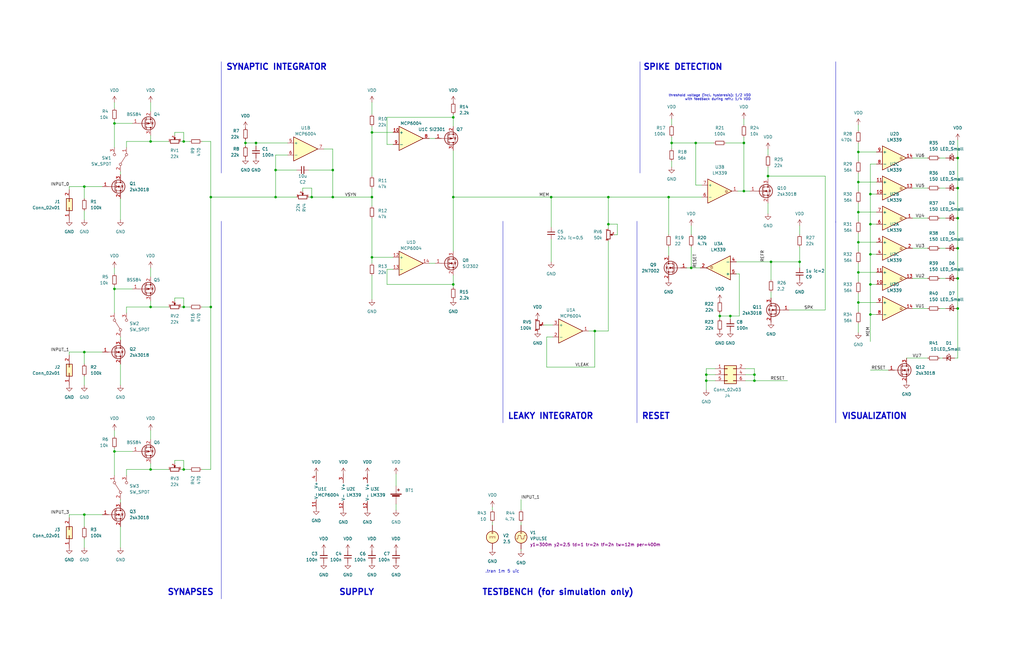
<source format=kicad_sch>
(kicad_sch (version 20230121) (generator eeschema)
  (paper "User" 431.8 279.4)
  (junction (at 191.135 49.53))
  (junction (at 131.445 83.185))
  (junction (at 232.41 83.185))
  (junction (at 367.03 132.715))
  (junction (at 323.85 74.295))
  (junction (at 361.95 64.135))
  (junction (at 107.95 60.325))
  (junction (at 191.135 120.015))
  (junction (at 63.5 129.54))
  (junction (at 140.335 71.755))
  (junction (at 297.815 158.115))
  (junction (at 303.53 133.35))
  (junction (at 318.135 160.655))
  (junction (at 116.205 71.755))
  (junction (at 403.86 79.375))
  (junction (at 250.825 139.7))
  (junction (at 77.47 198.12))
  (junction (at 361.95 89.535))
  (junction (at 256.54 83.185))
  (junction (at 325.12 110.49))
  (junction (at 63.5 198.12))
  (junction (at 283.21 60.325))
  (junction (at 367.03 120.015))
  (junction (at 291.465 113.03))
  (junction (at 367.03 81.915))
  (junction (at 293.37 60.325))
  (junction (at 156.845 55.88))
  (junction (at 77.47 59.69))
  (junction (at 318.135 158.115))
  (junction (at 116.205 83.185))
  (junction (at 307.975 133.35))
  (junction (at 361.95 102.235))
  (junction (at 403.86 66.675))
  (junction (at 361.95 127.635))
  (junction (at 361.95 76.835))
  (junction (at 48.26 190.5))
  (junction (at 156.845 108.585))
  (junction (at 256.54 94.615))
  (junction (at 191.135 83.185))
  (junction (at 35.56 78.74))
  (junction (at 48.26 52.07))
  (junction (at 297.815 160.655))
  (junction (at 403.86 117.475))
  (junction (at 367.03 107.315))
  (junction (at 403.86 130.175))
  (junction (at 35.56 217.17))
  (junction (at 156.845 83.185))
  (junction (at 35.56 148.59))
  (junction (at 281.94 83.185))
  (junction (at 48.26 121.92))
  (junction (at 77.47 129.54))
  (junction (at 313.69 60.325))
  (junction (at 103.505 60.325))
  (junction (at 313.69 80.645))
  (junction (at 88.9 129.54))
  (junction (at 140.335 83.185))
  (junction (at 88.9 83.185))
  (junction (at 63.5 59.69))
  (junction (at 403.86 92.075))
  (junction (at 361.95 114.935))
  (junction (at 367.03 94.615))
  (junction (at 337.185 110.49))
  (junction (at 403.86 104.775))
  (wire (pts (xy 77.47 125.73) (xy 77.47 129.54)))
  (wire (pts (xy 140.335 71.755) (xy 140.335 83.185)))
  (wire (pts (xy 361.95 98.425) (xy 361.95 102.235)))
  (wire (pts (xy 256.54 139.7) (xy 250.825 139.7)))
  (wire (pts (xy 323.85 70.485) (xy 323.85 74.295)))
  (wire (pts (xy 396.24 117.475) (xy 398.78 117.475)))
  (wire (pts (xy 63.5 59.69) (xy 63.5 57.15)))
  (wire (pts (xy 116.205 71.755) (xy 116.205 65.405)))
  (wire (pts (xy 403.86 59.055) (xy 403.86 66.675)))
  (wire (pts (xy 232.41 83.185) (xy 232.41 95.885)))
  (wire (pts (xy 207.645 213.995) (xy 207.645 215.265)))
  (wire (pts (xy 191.135 48.26) (xy 191.135 49.53)))
  (wire (pts (xy 403.86 66.675) (xy 403.86 79.375)))
  (wire (pts (xy 48.26 190.5) (xy 48.26 200.66)))
  (wire (pts (xy 281.94 104.14) (xy 281.94 107.95)))
  (wire (pts (xy 229.235 137.16) (xy 233.045 137.16)))
  (wire (pts (xy 103.505 60.325) (xy 107.95 60.325)))
  (wire (pts (xy 50.8 210.82) (xy 50.8 212.09)))
  (wire (pts (xy 230.505 154.94) (xy 250.825 154.94)))
  (wire (pts (xy 281.94 83.185) (xy 281.94 99.06)))
  (wire (pts (xy 337.185 95.25) (xy 337.185 99.06)))
  (wire (pts (xy 73.66 195.58) (xy 73.66 194.31)))
  (wire (pts (xy 191.135 83.185) (xy 232.41 83.185)))
  (wire (pts (xy 121.285 65.405) (xy 116.205 65.405)))
  (wire (pts (xy 313.69 80.645) (xy 316.23 80.645)))
  (wire (pts (xy 361.95 102.235) (xy 361.95 106.045)))
  (wire (pts (xy 403.86 104.775) (xy 403.86 117.475)))
  (wire (pts (xy 165.735 113.665) (xy 163.195 113.665)))
  (wire (pts (xy 180.975 111.125) (xy 183.515 111.125)))
  (wire (pts (xy 396.24 66.675) (xy 398.78 66.675)))
  (wire (pts (xy 256.54 94.615) (xy 260.35 94.615)))
  (wire (pts (xy 48.26 43.18) (xy 48.26 45.72)))
  (wire (pts (xy 85.09 59.69) (xy 88.9 59.69)))
  (wire (pts (xy 53.34 200.66) (xy 53.34 198.12)))
  (wire (pts (xy 382.27 151.13) (xy 391.16 151.13)))
  (wire (pts (xy 384.81 117.475) (xy 391.16 117.475)))
  (wire (pts (xy 397.51 151.13) (xy 396.24 151.13)))
  (wire (pts (xy 337.185 110.49) (xy 337.185 113.03)))
  (wire (pts (xy 367.03 120.015) (xy 367.03 132.715)))
  (wire (pts (xy 131.445 83.185) (xy 130.175 83.185)))
  (wire (pts (xy 323.85 74.295) (xy 323.85 75.565)))
  (wire (pts (xy 35.56 78.74) (xy 43.18 78.74)))
  (wire (pts (xy 367.03 156.21) (xy 374.65 156.21)))
  (wire (pts (xy 297.815 160.655) (xy 297.815 158.115)))
  (wire (pts (xy 256.54 83.185) (xy 256.54 94.615)))
  (wire (pts (xy 367.03 81.915) (xy 367.03 94.615)))
  (wire (pts (xy 303.53 133.35) (xy 307.975 133.35)))
  (wire (pts (xy 50.8 72.39) (xy 50.8 73.66)))
  (wire (pts (xy 283.21 57.785) (xy 283.21 60.325)))
  (wire (pts (xy 63.5 198.12) (xy 63.5 195.58)))
  (wire (pts (xy 361.95 60.325) (xy 361.95 64.135)))
  (wire (pts (xy 361.95 64.135) (xy 361.95 67.945)))
  (wire (pts (xy 48.26 181.61) (xy 48.26 184.15)))
  (wire (pts (xy 289.56 113.03) (xy 291.465 113.03)))
  (wire (pts (xy 76.2 59.69) (xy 77.47 59.69)))
  (wire (pts (xy 156.845 83.185) (xy 156.845 86.995)))
  (wire (pts (xy 48.26 190.5) (xy 55.88 190.5)))
  (wire (pts (xy 88.9 129.54) (xy 88.9 198.12)))
  (wire (pts (xy 131.445 83.185) (xy 140.335 83.185)))
  (wire (pts (xy 403.86 92.075) (xy 403.86 104.775)))
  (wire (pts (xy 219.71 210.82) (xy 219.71 215.265)))
  (wire (pts (xy 191.135 63.5) (xy 191.135 83.185)))
  (wire (pts (xy 163.195 49.53) (xy 163.195 60.96)))
  (wire (pts (xy 396.24 79.375) (xy 398.78 79.375)))
  (wire (pts (xy 361.95 114.935) (xy 369.57 114.935)))
  (wire (pts (xy 103.505 59.055) (xy 103.505 60.325)))
  (wire (pts (xy 48.26 50.8) (xy 48.26 52.07)))
  (wire (pts (xy 314.325 160.655) (xy 318.135 160.655)))
  (wire (pts (xy 116.205 71.755) (xy 116.205 83.185)))
  (wire (pts (xy 130.175 71.755) (xy 140.335 71.755)))
  (wire (pts (xy 163.195 113.665) (xy 163.195 120.015)))
  (wire (pts (xy 396.24 130.175) (xy 398.78 130.175)))
  (wire (pts (xy 367.03 120.015) (xy 369.57 120.015)))
  (wire (pts (xy 367.03 132.715) (xy 369.57 132.715)))
  (wire (pts (xy 313.69 50.165) (xy 313.69 52.705)))
  (wire (pts (xy 77.47 59.69) (xy 80.01 59.69)))
  (wire (pts (xy 167.005 212.725) (xy 167.005 215.265)))
  (wire (pts (xy 63.5 113.03) (xy 63.5 116.84)))
  (wire (pts (xy 281.94 83.185) (xy 295.91 83.185)))
  (wire (pts (xy 77.47 198.12) (xy 80.01 198.12)))
  (wire (pts (xy 361.95 114.935) (xy 361.95 118.745)))
  (wire (pts (xy 77.47 194.31) (xy 77.47 198.12)))
  (wire (pts (xy 156.845 43.18) (xy 156.845 48.26)))
  (wire (pts (xy 361.95 73.025) (xy 361.95 76.835)))
  (wire (pts (xy 403.86 151.13) (xy 402.59 151.13)))
  (wire (pts (xy 125.095 83.185) (xy 116.205 83.185)))
  (wire (pts (xy 256.54 101.6) (xy 256.54 139.7)))
  (wire (pts (xy 367.03 107.315) (xy 367.03 120.015)))
  (wire (pts (xy 156.845 116.205) (xy 156.845 126.365)))
  (wire (pts (xy 107.95 60.325) (xy 107.95 61.595)))
  (wire (pts (xy 127.635 79.375) (xy 127.635 80.645)))
  (wire (pts (xy 48.26 189.23) (xy 48.26 190.5)))
  (wire (pts (xy 403.86 79.375) (xy 403.86 92.075)))
  (wire (pts (xy 311.785 133.35) (xy 311.785 115.57)))
  (wire (pts (xy 76.2 129.54) (xy 77.47 129.54)))
  (wire (pts (xy 63.5 129.54) (xy 71.12 129.54)))
  (wire (pts (xy 403.86 117.475) (xy 403.86 130.175)))
  (wire (pts (xy 73.66 125.73) (xy 77.47 125.73)))
  (wire (pts (xy 256.54 96.52) (xy 256.54 94.615)))
  (wire (pts (xy 250.825 139.7) (xy 248.285 139.7)))
  (wire (pts (xy 361.95 111.125) (xy 361.95 114.935)))
  (wire (pts (xy 318.135 158.115) (xy 314.325 158.115)))
  (wire (pts (xy 35.56 148.59) (xy 43.18 148.59)))
  (wire (pts (xy 307.975 133.35) (xy 311.785 133.35)))
  (wire (pts (xy 303.53 133.35) (xy 303.53 134.62)))
  (wire (pts (xy 35.56 78.74) (xy 35.56 83.82)))
  (wire (pts (xy 29.21 148.59) (xy 35.56 148.59)))
  (wire (pts (xy 53.34 59.69) (xy 63.5 59.69)))
  (wire (pts (xy 219.71 231.775) (xy 219.71 232.41)))
  (wire (pts (xy 35.56 148.59) (xy 35.56 153.67)))
  (wire (pts (xy 361.95 136.525) (xy 361.95 140.335)))
  (wire (pts (xy 63.5 198.12) (xy 71.12 198.12)))
  (wire (pts (xy 50.8 222.25) (xy 50.8 231.14)))
  (wire (pts (xy 29.21 218.44) (xy 29.21 217.17)))
  (wire (pts (xy 361.95 76.835) (xy 369.57 76.835)))
  (wire (pts (xy 337.185 104.14) (xy 337.185 110.49)))
  (wire (pts (xy 131.445 79.375) (xy 127.635 79.375)))
  (wire (pts (xy 347.98 74.295) (xy 347.98 130.81)))
  (wire (pts (xy 63.5 59.69) (xy 71.12 59.69)))
  (wire (pts (xy 88.9 83.185) (xy 116.205 83.185)))
  (wire (pts (xy 207.645 220.345) (xy 207.645 221.615)))
  (wire (pts (xy 48.26 120.65) (xy 48.26 121.92)))
  (wire (pts (xy 73.66 127) (xy 73.66 125.73)))
  (wire (pts (xy 77.47 55.88) (xy 77.47 59.69)))
  (wire (pts (xy 167.005 200.025) (xy 167.005 205.105)))
  (wire (pts (xy 230.505 142.24) (xy 230.505 154.94)))
  (wire (pts (xy 35.56 88.9) (xy 35.56 92.71)))
  (wire (pts (xy 384.81 130.175) (xy 391.16 130.175)))
  (wire (pts (xy 125.095 71.755) (xy 116.205 71.755)))
  (wire (pts (xy 297.815 155.575) (xy 301.625 155.575)))
  (wire (pts (xy 283.21 67.945) (xy 283.21 70.485)))
  (wire (pts (xy 77.47 129.54) (xy 80.01 129.54)))
  (wire (pts (xy 163.195 49.53) (xy 191.135 49.53)))
  (wire (pts (xy 361.95 89.535) (xy 361.95 93.345)))
  (polyline (pts (xy 269.875 26.035) (xy 269.875 73.025)))
  (wire (pts (xy 63.5 129.54) (xy 63.5 127)))
  (wire (pts (xy 361.95 52.705) (xy 361.95 55.245)))
  (wire (pts (xy 29.21 149.86) (xy 29.21 148.59)))
  (wire (pts (xy 325.12 110.49) (xy 325.12 118.11)))
  (wire (pts (xy 260.35 99.06) (xy 260.35 94.615)))
  (polyline (pts (xy 352.425 93.345) (xy 352.425 178.435)))
  (wire (pts (xy 303.53 132.08) (xy 303.53 133.35)))
  (polyline (pts (xy 212.09 93.345) (xy 212.09 178.435)))
  (wire (pts (xy 367.03 69.215) (xy 367.03 81.915)))
  (wire (pts (xy 156.845 55.88) (xy 156.845 74.295)))
  (wire (pts (xy 384.81 104.775) (xy 391.16 104.775)))
  (wire (pts (xy 293.37 60.325) (xy 293.37 78.105)))
  (wire (pts (xy 76.2 198.12) (xy 77.47 198.12)))
  (wire (pts (xy 396.24 104.775) (xy 398.78 104.775)))
  (wire (pts (xy 133.35 200.025) (xy 133.35 199.39)))
  (wire (pts (xy 73.66 57.15) (xy 73.66 55.88)))
  (wire (pts (xy 50.8 153.67) (xy 50.8 162.56)))
  (wire (pts (xy 50.8 83.82) (xy 50.8 92.71)))
  (wire (pts (xy 361.95 89.535) (xy 369.57 89.535)))
  (wire (pts (xy 318.135 160.655) (xy 332.105 160.655)))
  (wire (pts (xy 367.03 107.315) (xy 369.57 107.315)))
  (wire (pts (xy 250.825 154.94) (xy 250.825 139.7)))
  (wire (pts (xy 256.54 83.185) (xy 281.94 83.185)))
  (wire (pts (xy 163.195 60.96) (xy 165.735 60.96)))
  (wire (pts (xy 131.445 83.185) (xy 131.445 79.375)))
  (wire (pts (xy 191.135 116.205) (xy 191.135 120.015)))
  (wire (pts (xy 313.69 57.785) (xy 313.69 60.325)))
  (wire (pts (xy 310.515 115.57) (xy 311.785 115.57)))
  (wire (pts (xy 361.95 127.635) (xy 361.95 131.445)))
  (wire (pts (xy 156.845 55.88) (xy 165.735 55.88)))
  (wire (pts (xy 156.845 108.585) (xy 165.735 108.585)))
  (wire (pts (xy 297.815 158.115) (xy 297.815 155.575)))
  (wire (pts (xy 48.26 52.07) (xy 55.88 52.07)))
  (wire (pts (xy 35.56 217.17) (xy 35.56 222.25)))
  (wire (pts (xy 297.815 158.115) (xy 301.625 158.115)))
  (wire (pts (xy 48.26 113.03) (xy 48.26 115.57)))
  (wire (pts (xy 85.09 129.54) (xy 88.9 129.54)))
  (wire (pts (xy 283.21 60.325) (xy 293.37 60.325)))
  (wire (pts (xy 323.85 74.295) (xy 347.98 74.295)))
  (wire (pts (xy 297.815 160.655) (xy 301.625 160.655)))
  (wire (pts (xy 88.9 59.69) (xy 88.9 83.185)))
  (polyline (pts (xy 352.425 26.035) (xy 352.425 93.98)))
  (wire (pts (xy 35.56 227.33) (xy 35.56 231.14)))
  (polyline (pts (xy 93.345 93.345) (xy 93.345 252.73)))
  (wire (pts (xy 232.41 83.185) (xy 256.54 83.185)))
  (wire (pts (xy 53.34 129.54) (xy 63.5 129.54)))
  (wire (pts (xy 136.525 62.865) (xy 140.335 62.865)))
  (wire (pts (xy 35.56 158.75) (xy 35.56 162.56)))
  (wire (pts (xy 367.03 69.215) (xy 369.57 69.215)))
  (wire (pts (xy 88.9 83.185) (xy 88.9 129.54)))
  (wire (pts (xy 361.95 64.135) (xy 369.57 64.135)))
  (wire (pts (xy 232.41 100.965) (xy 232.41 110.49)))
  (wire (pts (xy 323.85 62.865) (xy 323.85 65.405)))
  (wire (pts (xy 300.99 60.325) (xy 293.37 60.325)))
  (wire (pts (xy 29.21 217.17) (xy 35.56 217.17)))
  (wire (pts (xy 297.815 164.465) (xy 297.815 160.655)))
  (wire (pts (xy 53.34 198.12) (xy 63.5 198.12)))
  (wire (pts (xy 367.03 94.615) (xy 367.03 107.315)))
  (wire (pts (xy 367.03 81.915) (xy 369.57 81.915)))
  (wire (pts (xy 103.505 60.325) (xy 103.505 61.595)))
  (wire (pts (xy 325.12 123.19) (xy 325.12 125.73)))
  (wire (pts (xy 332.74 130.81) (xy 347.98 130.81)))
  (wire (pts (xy 361.95 85.725) (xy 361.95 89.535)))
  (wire (pts (xy 307.975 133.35) (xy 307.975 134.62)))
  (wire (pts (xy 63.5 43.18) (xy 63.5 46.99)))
  (wire (pts (xy 73.66 55.88) (xy 77.47 55.88)))
  (wire (pts (xy 361.95 127.635) (xy 369.57 127.635)))
  (wire (pts (xy 53.34 132.08) (xy 53.34 129.54)))
  (wire (pts (xy 310.515 110.49) (xy 325.12 110.49)))
  (wire (pts (xy 318.135 155.575) (xy 314.325 155.575)))
  (wire (pts (xy 293.37 78.105) (xy 295.91 78.105)))
  (wire (pts (xy 367.03 132.715) (xy 367.03 144.145)))
  (wire (pts (xy 140.335 62.865) (xy 140.335 71.755)))
  (wire (pts (xy 384.81 79.375) (xy 391.16 79.375)))
  (wire (pts (xy 361.95 76.835) (xy 361.95 80.645)))
  (wire (pts (xy 233.045 142.24) (xy 230.505 142.24)))
  (wire (pts (xy 191.135 120.015) (xy 191.135 121.285)))
  (wire (pts (xy 29.21 80.01) (xy 29.21 78.74)))
  (wire (pts (xy 191.135 83.185) (xy 191.135 106.045)))
  (wire (pts (xy 306.07 60.325) (xy 313.69 60.325)))
  (wire (pts (xy 180.975 58.42) (xy 183.515 58.42)))
  (wire (pts (xy 323.85 85.725) (xy 323.85 90.17)))
  (wire (pts (xy 403.86 130.175) (xy 403.86 151.13)))
  (wire (pts (xy 313.69 60.325) (xy 313.69 80.645)))
  (wire (pts (xy 291.465 113.03) (xy 291.465 104.14)))
  (wire (pts (xy 361.95 102.235) (xy 369.57 102.235)))
  (wire (pts (xy 156.845 92.075) (xy 156.845 108.585)))
  (wire (pts (xy 291.465 113.03) (xy 295.275 113.03)))
  (wire (pts (xy 140.335 83.185) (xy 156.845 83.185)))
  (wire (pts (xy 384.81 66.675) (xy 391.16 66.675)))
  (wire (pts (xy 53.34 62.23) (xy 53.34 59.69)))
  (wire (pts (xy 384.81 92.075) (xy 391.16 92.075)))
  (wire (pts (xy 48.26 121.92) (xy 48.26 132.08)))
  (wire (pts (xy 48.26 121.92) (xy 55.88 121.92)))
  (wire (pts (xy 291.465 95.25) (xy 291.465 99.06)))
  (wire (pts (xy 259.08 99.06) (xy 260.35 99.06)))
  (wire (pts (xy 318.135 155.575) (xy 318.135 158.115)))
  (wire (pts (xy 361.95 123.825) (xy 361.95 127.635)))
  (wire (pts (xy 156.845 79.375) (xy 156.845 83.185)))
  (wire (pts (xy 73.66 194.31) (xy 77.47 194.31)))
  (wire (pts (xy 50.8 142.24) (xy 50.8 143.51)))
  (wire (pts (xy 156.845 108.585) (xy 156.845 111.125)))
  (wire (pts (xy 85.09 198.12) (xy 88.9 198.12)))
  (wire (pts (xy 325.12 110.49) (xy 337.185 110.49)))
  (wire (pts (xy 156.845 53.34) (xy 156.845 55.88)))
  (wire (pts (xy 219.71 220.345) (xy 219.71 221.615)))
  (wire (pts (xy 48.26 52.07) (xy 48.26 62.23)))
  (wire (pts (xy 367.03 94.615) (xy 369.57 94.615)))
  (wire (pts (xy 29.21 78.74) (xy 35.56 78.74)))
  (wire (pts (xy 311.15 80.645) (xy 313.69 80.645)))
  (wire (pts (xy 63.5 181.61) (xy 63.5 185.42)))
  (wire (pts (xy 163.195 120.015) (xy 191.135 120.015)))
  (polyline (pts (xy 93.345 26.035) (xy 93.345 73.025)))
  (wire (pts (xy 107.95 60.325) (xy 121.285 60.325)))
  (wire (pts (xy 35.56 217.17) (xy 43.18 217.17)))
  (wire (pts (xy 191.135 49.53) (xy 191.135 53.34)))
  (polyline (pts (xy 268.605 93.345) (xy 268.605 178.435)))
  (wire (pts (xy 396.24 92.075) (xy 398.78 92.075)))
  (wire (pts (xy 318.135 158.115) (xy 318.135 160.655)))
  (wire (pts (xy 283.21 50.165) (xy 283.21 52.705)))
  (wire (pts (xy 283.21 60.325) (xy 283.21 62.865)))
  (text "LEAKY INTEGRATOR" (at 213.995 177.165 0) (effects (font (size 2.54 2.54) (thickness 0.508) bold) (justify left bottom)))
  (text "RESET\n" (at 270.51 177.165 0) (effects (font (size 2.54 2.54) (thickness 0.508) bold) (justify left bottom)))
  (text "SPIKE DETECTION" (at 271.145 29.845 0) (effects (font (size 2.54 2.54) (thickness 0.508) bold) (justify left bottom)))
  (text "TESTBENCH (for simulation only)" (at 203.2 251.46 0) (effects (font (size 2.54 2.54) (thickness 0.508) bold) (justify left bottom)))
  (text "SYNAPTIC INTEGRATOR" (at 95.25 29.845 0) (effects (font (size 2.54 2.54) (thickness 0.508) bold) (justify left bottom)))
  (text "SYNAPSES" (at 70.485 251.46 0) (effects (font (size 2.54 2.54) (thickness 0.508) bold) (justify left bottom)))
  (text "SUPPLY" (at 142.875 251.46 0) (effects (font (size 2.54 2.54) (thickness 0.508) bold) (justify left bottom)))
  (text ".tran 1m 5 uic" (at 219.075 241.935 0) (effects (font (size 1.27 1.27)) (justify right bottom)))
  (text "threshold voltage (incl. hysteresis): 1/2 VDD\n         with feedback during refr.: 1/4 VDD" (at 281.94 42.545 0) (effects (font (size 1 1)) (justify left bottom)))
  (text "VISUALIZATION" (at 354.965 177.165 0) (effects (font (size 2.54 2.54) (thickness 0.508) bold) (justify left bottom)))
  (label "VU1" (at 386.08 130.175 0))
  (label "VU2" (at 386.08 117.475 0))
  (label "MEM" (at 227.33 83.185 0))
  (label "VU4" (at 386.08 92.075 0))
  (label "INPUT_1" (at 29.21 148.59 180))
  (label "MEM" (at 367.03 137.795 270))
  (label "RESET" (at 294.005 113.03 90))
  (label "RESET" (at 373.38 156.21 180))
  (label "INPUT_0" (at 29.21 78.74 180))
  (label "INPUT_1" (at 219.71 210.82 0))
  (label "RESET" (at 330.835 160.655 180))
  (label "REFR" (at 322.58 110.49 90))
  (label "VU7" (at 388.62 151.13 180))
  (label "VU5" (at 386.08 79.375 0))
  (label "SPK" (at 339.09 130.81 0))
  (label "VU3" (at 386.08 104.775 0))
  (label "VSYN" (at 145.415 83.185 0))
  (label "INPUT_3" (at 29.21 217.17 180))
  (label "VLEAK" (at 242.57 154.94 0))
  (label "VU6" (at 386.08 66.675 0))
  (symbol (lib_id "Device:R_Small") (at 35.56 86.36 0) (unit 1)
    (property "Reference" "R1" (at 38.1 85.0899 0) (effects (justify left)))
    (property "Value" "100k" (at 38.1 87.6299 0) (effects (justify left)))
    (property "Footprint" "Resistor_SMD:R_0402_1005Metric" (effects hide))
    (property "LCSC" "C25741" (effects hide))
  )
  (symbol (lib_id "Device:C_Small") (at 307.975 137.16 180) (unit 1)
    (property "Reference" "C8" (at 310.515 135.8835 0) (effects (justify right)))
    (property "Value" "100n" (at 310.515 138.4235 0) (effects (justify right)))
    (property "Footprint" "Capacitor_SMD:C_0402_1005Metric" (effects hide))
    (property "LCSC" "C1525" (effects hide))
  )
  (symbol (lib_id "power:GND") (at 219.71 232.41 0) (unit 1) (in_bom no) (on_board no)
    (property "Reference" "#PWR040" (effects hide))
    (property "Value" "GND" (at 219.71 237.49 0))
  )
  (symbol (lib_id "power:GND") (at 50.8 162.56 0) (unit 1)
    (property "Reference" "#PWR011" (effects hide))
    (property "Value" "GND" (at 50.8 167.64 0))
  )
  (symbol (lib_id "power:GND") (at 156.845 126.365 0) (unit 1)
    (property "Reference" "#PWR020" (effects hide))
    (property "Value" "GND" (at 156.845 131.445 0))
  )
  (symbol (lib_id "power:VDD") (at 313.69 50.165 0) (unit 1)
    (property "Reference" "#PWR052" (effects hide))
    (property "Value" "VDD" (at 313.69 45.085 0))
  )
  (symbol (lib_id "Transistor_FET:2N7002") (at 48.26 148.59 0) (unit 1)
    (property "Reference" "Q2" (at 54.61 147.3199 0) (effects (justify left)))
    (property "Value" "2sk3018" (at 54.61 149.8599 0) (effects (justify left)))
    (property "Footprint" "Package_TO_SOT_SMD:SOT-23" (effects hide))
    (property "LCSC" "C181084" (effects hide))
    (property "Sim.Library" "models/2sk3018.mod" (effects hide))
    (property "Sim.Name" "2SK3018" (effects hide))
    (property "Sim.Pins" "1=2 2=3 3=1" (effects hide))
    (property "Sim.Device" "SUBCKT" (effects hide))
  )
  (symbol (lib_id "power:VDD") (at 48.26 43.18 0) (unit 1)
    (property "Reference" "#PWR07" (effects hide))
    (property "Value" "VDD" (at 48.26 38.1 0))
  )
  (symbol (lib_id "Device:R_Small") (at 323.85 67.945 180) (unit 1)
    (property "Reference" "R25" (at 326.39 67.31 0) (effects (justify right)))
    (property "Value" "22k" (at 326.39 69.85 0) (effects (justify right)))
    (property "Footprint" "Resistor_SMD:R_0402_1005Metric" (effects hide))
    (property "LCSC" "C25768" (effects hide))
  )
  (symbol (lib_id "Comparator:LM339") (at 157.48 207.645 0) (unit 5)
    (property "Reference" "U3" (at 156.21 206.3749 0) (effects (justify left)))
    (property "Value" "LM339" (at 156.21 208.9149 0) (effects (justify left)))
    (property "Footprint" "Package_SO:TSSOP-14_4.4x5mm_P0.65mm" (effects hide))
    (property "Datasheet" "https://www.st.com/resource/en/datasheet/lm139.pdf" (effects hide))
    (property "LCSC" "C42184" (effects hide))
    (property "Sim.Library" "models/lm339.mod" (effects hide))
    (property "Sim.Name" "LM339" (effects hide))
    (property "Sim.Pins" "1=OUT2 2=OUT1 3=VCCP 4=IN1M 5=IN1P 6=IN2M 7=IN2P 8=IN3M 9=IN3P 10=IN4M 11=IN4P 12=VCCN 13=OUT4 14=OUT3" (effects hide))
    (property "Sim.Device" "SUBCKT" (effects hide))
  )
  (symbol (lib_id "Device:LED_Small") (at 401.32 104.775 0) (unit 1)
    (property "Reference" "D5" (at 401.3835 98.425 0))
    (property "Value" "LED_Small" (at 401.3835 100.965 0))
    (property "Footprint" "LED_SMD:LED_0402_1005Metric" (effects hide))
    (property "LCSC" "C779450" (effects hide))
    (property "Sim.Library" "./models/led.mod" (effects hide))
    (property "Sim.Name" "YELLOW" (effects hide))
    (property "Sim.Pins" "2=1 1=2" (effects hide))
  )
  (symbol (lib_id "power:VDD") (at 291.465 95.25 0) (unit 1)
    (property "Reference" "#PWR046" (effects hide))
    (property "Value" "VDD" (at 291.465 90.17 0))
  )
  (symbol (lib_id "Comparator:LM339") (at 377.19 66.675 0) (unit 4)
    (property "Reference" "U2" (at 377.19 56.515 0))
    (property "Value" "LM339" (at 377.19 59.055 0))
    (property "Footprint" "Package_SO:TSSOP-14_4.4x5mm_P0.65mm" (effects hide))
    (property "Datasheet" "https://www.st.com/resource/en/datasheet/lm139.pdf" (effects hide))
    (property "LCSC" "C42184" (effects hide))
    (property "Sim.Library" "models/lm339.mod" (effects hide))
    (property "Sim.Name" "LM339" (effects hide))
    (property "Sim.Device" "SUBCKT" (effects hide))
    (property "Sim.Pins" "1=OUT2 2=OUT1 3=VCCP 4=IN1M 5=IN1P 6=IN2M 7=IN2P 8=IN3M 9=IN3P 10=IN4M 11=IN4P 12=VCCN 13=OUT4 14=OUT3" (effects hide))
  )
  (symbol (lib_id "Device:R_Small") (at 48.26 48.26 0) (mirror y) (unit 1)
    (property "Reference" "R4" (at 45.72 46.9899 0) (effects (justify left)))
    (property "Value" "10k" (at 45.72 49.5299 0) (effects (justify left)))
    (property "Footprint" "Resistor_SMD:R_0402_1005Metric" (effects hide))
    (property "LCSC" "C25744" (effects hide))
  )
  (symbol (lib_id "Simulation_SPICE:VDC") (at 207.645 226.695 0) (unit 1) (in_bom no) (on_board no)
    (property "Reference" "V2" (at 212.09 226.0242 0) (effects (justify left)))
    (property "Value" "2.5" (at 212.09 228.5642 0) (effects (justify left)))
    (property "Sim.Device" "V" (effects hide))
    (property "Sim.Type" "DC" (effects hide))
    (property "Sim.Pins" "1=+ 2=-" (effects hide))
  )
  (symbol (lib_id "Device:R_Small") (at 156.845 113.665 0) (mirror y) (unit 1)
    (property "Reference" "R13" (at 159.385 112.395 0) (effects (justify right)))
    (property "Value" "22k" (at 159.385 114.935 0) (effects (justify right)))
    (property "Footprint" "Resistor_SMD:R_0402_1005Metric" (effects hide))
    (property "LCSC" "C326601" (effects hide))
  )
  (symbol (lib_id "Device:R_Small") (at 156.845 50.8 0) (unit 1)
    (property "Reference" "R10" (at 159.385 50.165 0) (effects (justify left)))
    (property "Value" "22k" (at 159.385 52.705 0) (effects (justify left)))
    (property "Footprint" "Resistor_SMD:R_0402_1005Metric" (effects hide))
    (property "LCSC" "C326601" (effects hide))
  )
  (symbol (lib_id "power:GND") (at 156.845 237.49 0) (unit 1)
    (property "Reference" "#PWR037" (effects hide))
    (property "Value" "GND" (at 156.845 242.57 0))
  )
  (symbol (lib_id "power:GND") (at 325.12 135.89 0) (unit 1)
    (property "Reference" "#PWR056" (effects hide))
    (property "Value" "GND" (at 325.12 140.97 0))
  )
  (symbol (lib_id "power:VDD") (at 191.135 43.18 0) (unit 1)
    (property "Reference" "#PWR021" (effects hide))
    (property "Value" "VDD" (at 191.135 38.1 0))
  )
  (symbol (lib_id "Device:R_Small") (at 283.21 55.245 0) (mirror x) (unit 1)
    (property "Reference" "R17" (at 280.67 53.9749 0) (effects (justify right)))
    (property "Value" "100k" (at 280.67 56.5149 0) (effects (justify right)))
    (property "Footprint" "Resistor_SMD:R_0402_1005Metric" (effects hide))
    (property "LCSC" "C25741" (effects hide))
  )
  (symbol (lib_id "Device:LED_Small") (at 401.32 117.475 0) (unit 1)
    (property "Reference" "D6" (at 401.3835 111.125 0))
    (property "Value" "LED_Small" (at 401.3835 113.665 0))
    (property "Footprint" "LED_SMD:LED_0402_1005Metric" (effects hide))
    (property "LCSC" "C779450" (effects hide))
    (property "Sim.Library" "./models/led.mod" (effects hide))
    (property "Sim.Name" "YELLOW" (effects hide))
    (property "Sim.Pins" "2=1 1=2" (effects hide))
  )
  (symbol (lib_id "Device:LED_Small") (at 401.32 66.675 0) (unit 1)
    (property "Reference" "D2" (at 401.3835 60.325 0))
    (property "Value" "LED_Small" (at 401.3835 62.865 0))
    (property "Footprint" "LED_SMD:LED_0402_1005Metric" (effects hide))
    (property "LCSC" "C779450" (effects hide))
    (property "Sim.Library" "./models/led.mod" (effects hide))
    (property "Sim.Name" "YELLOW" (effects hide))
    (property "Sim.Pins" "2=1 1=2" (effects hide))
  )
  (symbol (lib_id "Device:R_Small") (at 156.845 89.535 0) (unit 1)
    (property "Reference" "R12" (at 159.385 88.9 0) (effects (justify left)))
    (property "Value" "47k" (at 159.385 91.44 0) (effects (justify left)))
    (property "Footprint" "Resistor_SMD:R_0402_1005Metric" (effects hide))
    (property "LCSC" "C5152005" (effects hide))
  )
  (symbol (lib_id "power:VDD") (at 144.78 200.025 0) (unit 1)
    (property "Reference" "#PWR033" (effects hide))
    (property "Value" "VDD" (at 144.78 194.945 0))
  )
  (symbol (lib_id "Transistor_FET:2N7002") (at 48.26 78.74 0) (unit 1)
    (property "Reference" "Q1" (at 54.61 77.4699 0) (effects (justify left)))
    (property "Value" "2sk3018" (at 54.61 80.0099 0) (effects (justify left)))
    (property "Footprint" "Package_TO_SOT_SMD:SOT-23" (effects hide))
    (property "LCSC" "C181084" (effects hide))
    (property "Sim.Library" "models/2sk3018.mod" (effects hide))
    (property "Sim.Name" "2SK3018" (effects hide))
    (property "Sim.Pins" "1=2 2=3 3=1" (effects hide))
    (property "Sim.Device" "SUBCKT" (effects hide))
  )
  (symbol (lib_id "Device:R_Small") (at 48.26 186.69 0) (mirror y) (unit 1)
    (property "Reference" "R6" (at 45.72 185.4199 0) (effects (justify left)))
    (property "Value" "10k" (at 45.72 187.9599 0) (effects (justify left)))
    (property "Footprint" "Resistor_SMD:R_0402_1005Metric" (effects hide))
    (property "LCSC" "C25744" (effects hide))
  )
  (symbol (lib_id "Transistor_FET:BSS84") (at 60.96 52.07 0) (mirror x) (unit 1)
    (property "Reference" "Q4" (at 64.77 48.26 0) (effects (justify left)))
    (property "Value" "BSS84" (at 53.34 48.26 0) (effects (justify left)))
    (property "Footprint" "Package_TO_SOT_SMD:SOT-23" (effects hide))
    (property "Datasheet" "http://assets.nexperia.com/documents/data-sheet/BSS84.pdf" (effects hide))
    (property "LCSC" "C8492" (effects hide))
    (property "Sim.Device" "SUBCKT" (effects hide))
    (property "Sim.Pins" "1=4 2=5 3=3" (effects hide))
    (property "Sim.Library" "models/bss84.mod" (effects hide))
    (property "Sim.Name" "BSS84" (effects hide))
  )
  (symbol (lib_id "power:GND") (at 337.185 118.11 0) (unit 1)
    (property "Reference" "#PWR058" (effects hide))
    (property "Value" "GND" (at 337.185 123.19 0))
  )
  (symbol (lib_id "Device:LED_Small") (at 401.32 130.175 0) (unit 1)
    (property "Reference" "D7" (at 401.3835 123.825 0))
    (property "Value" "LED_Small" (at 401.3835 126.365 0))
    (property "Footprint" "LED_SMD:LED_0402_1005Metric" (effects hide))
    (property "LCSC" "C779450" (effects hide))
    (property "Sim.Library" "./models/led.mod" (effects hide))
    (property "Sim.Name" "YELLOW" (effects hide))
    (property "Sim.Pins" "2=1 1=2" (effects hide))
  )
  (symbol (lib_id "Device:R_Small") (at 393.7 92.075 90) (unit 1)
    (property "Reference" "R37" (at 393.7 85.725 90))
    (property "Value" "150" (at 393.7 88.265 90))
    (property "Footprint" "Resistor_SMD:R_0402_1005Metric" (effects hide))
    (property "LCSC" "C25082" (effects hide))
  )
  (symbol (lib_id "power:VDD") (at 133.35 200.025 0) (unit 1)
    (property "Reference" "#PWR025" (effects hide))
    (property "Value" "VDD" (at 133.35 194.945 0))
  )
  (symbol (lib_id "Device:R_Small") (at 303.53 129.54 0) (mirror y) (unit 1)
    (property "Reference" "R22" (at 300.99 128.27 0) (effects (justify left)))
    (property "Value" "22k" (at 300.99 130.8099 0) (effects (justify left)))
    (property "Footprint" "Resistor_SMD:R_0402_1005Metric" (effects hide))
    (property "LCSC" "C25768" (effects hide))
  )
  (symbol (lib_id "power:VDD") (at 337.185 95.25 0) (unit 1)
    (property "Reference" "#PWR057" (effects hide))
    (property "Value" "VDD" (at 337.185 90.17 0))
  )
  (symbol (lib_id "Comparator:LM339") (at 303.53 80.645 0) (unit 2)
    (property "Reference" "U3" (at 303.53 70.485 0))
    (property "Value" "LM339" (at 303.53 73.025 0))
    (property "Footprint" "Package_SO:TSSOP-14_4.4x5mm_P0.65mm" (effects hide))
    (property "Datasheet" "https://www.st.com/resource/en/datasheet/lm139.pdf" (effects hide))
    (property "LCSC" "C42184" (effects hide))
    (property "Sim.Library" "models/lm339.mod" (effects hide))
    (property "Sim.Name" "LM339" (effects hide))
    (property "Sim.Pins" "1=OUT2 2=OUT1 3=VCCP 4=IN1M 5=IN1P 6=IN2M 7=IN2P 8=IN3M 9=IN3P 10=IN4M 11=IN4P 12=VCCN 13=OUT4 14=OUT3" (effects hide))
    (property "Sim.Device" "SUBCKT" (effects hide))
  )
  (symbol (lib_id "power:VDD") (at 167.005 200.025 0) (unit 1)
    (property "Reference" "#PWR023" (effects hide))
    (property "Value" "VDD" (at 167.005 194.945 0))
  )
  (symbol (lib_id "Device:R_Small") (at 393.7 117.475 90) (unit 1)
    (property "Reference" "R39" (at 393.7 111.125 90))
    (property "Value" "150" (at 393.7 113.665 90))
    (property "Footprint" "Resistor_SMD:R_0402_1005Metric" (effects hide))
    (property "LCSC" "C25082" (effects hide))
  )
  (symbol (lib_id "power:VDD") (at 63.5 113.03 0) (unit 1)
    (property "Reference" "#PWR014" (effects hide))
    (property "Value" "VDD" (at 63.5 107.95 0))
  )
  (symbol (lib_id "Device:LED_Small") (at 401.32 92.075 0) (unit 1)
    (property "Reference" "D4" (at 401.3835 85.725 0))
    (property "Value" "LED_Small" (at 401.3835 88.265 0))
    (property "Footprint" "LED_SMD:LED_0402_1005Metric" (effects hide))
    (property "LCSC" "C779450" (effects hide))
    (property "Sim.Library" "./models/led.mod" (effects hide))
    (property "Sim.Name" "YELLOW" (effects hide))
    (property "Sim.Pins" "2=1 1=2" (effects hide))
  )
  (symbol (lib_id "Connector_Generic:Conn_02x01") (at 29.21 87.63 270) (mirror x) (unit 1)
    (property "Reference" "J1" (at 25.4 85.0899 90) (effects (justify right)))
    (property "Value" "Conn_02x01" (at 25.4 87.6299 90) (effects (justify right)))
    (property "Footprint" "Connector_PinHeader_2.54mm:PinHeader_1x02_P2.54mm_Vertical" (effects hide))
    (property "Sim.Enable" "0" (effects hide))
    (property "LCSC" "C2894925" (effects hide))
  )
  (symbol (lib_id "power:VDD") (at 167.005 232.41 0) (unit 1)
    (property "Reference" "#PWR041" (effects hide))
    (property "Value" "VDD" (at 167.005 227.33 0))
  )
  (symbol (lib_id "power:VDD") (at 361.95 52.705 0) (unit 1)
    (property "Reference" "#PWR059" (effects hide))
    (property "Value" "VDD" (at 361.95 47.625 0))
  )
  (symbol (lib_id "Device:C_Small") (at 107.95 64.135 180) (unit 1)
    (property "Reference" "C1" (at 110.49 62.8585 0) (effects (justify right)))
    (property "Value" "100n" (at 110.49 65.3985 0) (effects (justify right)))
    (property "Footprint" "Capacitor_SMD:C_0402_1005Metric" (effects hide))
    (property "LCSC" "C1525" (effects hide))
  )
  (symbol (lib_id "Comparator:LM339") (at 302.895 113.03 180) (unit 1)
    (property "Reference" "U3" (at 302.895 102.87 0))
    (property "Value" "LM339" (at 302.895 105.41 0))
    (property "Footprint" "Package_SO:TSSOP-14_4.4x5mm_P0.65mm" (effects hide))
    (property "Datasheet" "https://www.st.com/resource/en/datasheet/lm139.pdf" (effects hide))
    (property "LCSC" "C42184" (effects hide))
    (property "Sim.Library" "models/lm339.mod" (effects hide))
    (property "Sim.Name" "LM339" (effects hide))
    (property "Sim.Pins" "1=OUT2 2=OUT1 3=VCCP 4=IN1M 5=IN1P 6=IN2M 7=IN2P 8=IN3M 9=IN3P 10=IN4M 11=IN4P 12=VCCN 13=OUT4 14=OUT3" (effects hide))
    (property "Sim.Device" "SUBCKT" (effects hide))
  )
  (symbol (lib_id "power:GND") (at 226.695 139.7 0) (unit 1)
    (property "Reference" "#PWR030" (effects hide))
    (property "Value" "GND" (at 226.695 144.78 0))
  )
  (symbol (lib_id "Simulation_SPICE:VPULSE") (at 219.71 226.695 0) (unit 1) (in_bom no) (on_board no)
    (property "Reference" "V1" (at 223.52 224.7542 0) (effects (justify left)))
    (property "Value" "VPULSE" (at 223.52 227.2942 0) (effects (justify left)))
    (property "Sim.Device" "V" (effects hide))
    (property "Sim.Type" "PULSE" (effects hide))
    (property "Sim.Params" "y1=300m y2=2.5 td=1 tr=2n tf=2n tw=12m per=400m" (at 223.52 229.8342 0) (effects (justify left)))
    (property "Sim.Pins" "1=+ 2=-" (effects hide))
  )
  (symbol (lib_id "Device:R_Small") (at 82.55 59.69 90) (mirror x) (unit 1)
    (property "Reference" "R9" (at 81.2799 62.23 0) (effects (justify left)))
    (property "Value" "470" (at 83.8199 62.23 0) (effects (justify left)))
    (property "Footprint" "Resistor_SMD:R_0402_1005Metric" (effects hide))
    (property "LCSC" "C25117" (effects hide))
  )
  (symbol (lib_id "power:GND") (at 133.35 214.63 0) (unit 1)
    (property "Reference" "#PWR026" (effects hide))
    (property "Value" "GND" (at 133.35 219.71 0))
  )
  (symbol (lib_id "Device:R_Potentiometer_Small") (at 73.66 198.12 90) (unit 1)
    (property "Reference" "RV3" (at 73.66 201.93 90))
    (property "Value" "22k" (at 73.66 204.47 90))
    (property "Footprint" "Custom:Potentiometer" (effects hide))
    (property "LCSC" "C128552" (effects hide))
    (property "Sim.Device" "SPICE" (effects hide))
    (property "Sim.Params" "type=\"X\" model=\"pot value=5k ratio=0.5\" lib=\"./models/poti.mod\"" (effects hide))
    (property "Sim.Pins" "1=1 2=2 3=3" (effects hide))
  )
  (symbol (lib_id "Comparator:LM339") (at 377.19 130.175 0) (unit 4)
    (property "Reference" "U3" (at 377.19 120.015 0))
    (property "Value" "LM339" (at 377.19 122.555 0))
    (property "Footprint" "Package_SO:TSSOP-14_4.4x5mm_P0.65mm" (effects hide))
    (property "Datasheet" "https://www.st.com/resource/en/datasheet/lm139.pdf" (effects hide))
    (property "LCSC" "C42184" (effects hide))
    (property "Sim.Library" "models/lm339.mod" (effects hide))
    (property "Sim.Name" "LM339" (effects hide))
    (property "Sim.Device" "SUBCKT" (effects hide))
    (property "Sim.Pins" "1=OUT2 2=OUT1 3=VCCP 4=IN1M 5=IN1P 6=IN2M 7=IN2P 8=IN3M 9=IN3P 10=IN4M 11=IN4P 12=VCCN 13=OUT4 14=OUT3" (effects hide))
  )
  (symbol (lib_id "Device:R_Small") (at 207.645 217.805 0) (mirror y) (unit 1) (in_bom no) (on_board no)
    (property "Reference" "R43" (at 205.105 216.535 0) (effects (justify left)))
    (property "Value" "10" (at 205.105 219.0749 0) (effects (justify left)))
    (property "Footprint" "Resistor_SMD:R_0402_1005Metric" (effects hide))
    (property "LCSC" "C25768" (effects hide))
  )
  (symbol (lib_id "power:VDD") (at 63.5 181.61 0) (unit 1)
    (property "Reference" "#PWR015" (effects hide))
    (property "Value" "VDD" (at 63.5 176.53 0))
  )
  (symbol (lib_id "Device:LED_Small") (at 400.05 151.13 0) (unit 1)
    (property "Reference" "D1" (at 400.1135 144.78 0))
    (property "Value" "LED_Small" (at 400.1135 147.32 0))
    (property "Footprint" "LED_SMD:LED_0402_1005Metric" (effects hide))
    (property "LCSC" "C779450" (effects hide))
    (property "Sim.Library" "./models/led.mod" (effects hide))
    (property "Sim.Name" "YELLOW" (effects hide))
    (property "Sim.Pins" "2=1 1=2" (effects hide))
  )
  (symbol (lib_id "Device:R_Small") (at 361.95 108.585 0) (mirror y) (unit 1)
    (property "Reference" "R32" (at 359.41 107.315 0) (effects (justify left)))
    (property "Value" "56k" (at 359.41 109.8549 0) (effects (justify left)))
    (property "Footprint" "Resistor_SMD:R_0402_1005Metric" (effects hide))
    (property "LCSC" "C25796" (effects hide))
  )
  (symbol (lib_id "Amplifier_Operational:MCP6004") (at 173.355 111.125 0) (unit 4)
    (property "Reference" "U1" (at 173.355 102.235 0))
    (property "Value" "MCP6004" (at 173.355 104.775 0))
    (property "Footprint" "Package_SO:TSSOP-14_4.4x5mm_P0.65mm" (effects hide))
    (property "Datasheet" "http://ww1.microchip.com/downloads/en/DeviceDoc/21733j.pdf" (effects hide))
    (property "Sim.Device" "SUBCKT" (effects hide))
    (property "Sim.Library" "models/mcp6001.mod" (effects hide))
    (property "Sim.Name" "MCP6004" (effects hide))
    (property "Sim.Pins" "1=VOUTA 2=VINAM 3=VINAP 4=VDD 5=VINBP 6=VINBM 7=VOUTB 8=VOUTC 9=VINCM 10=VINCP 11=VSS 12=VINDP 13=VINDM 14=VOUTD" (effects hide))
    (property "LCSC" "C50282" (effects hide))
  )
  (symbol (lib_id "power:VDD") (at 283.21 50.165 0) (unit 1)
    (property "Reference" "#PWR043" (effects hide))
    (property "Value" "VDD" (at 283.21 45.085 0))
  )
  (symbol (lib_id "Comparator:LM339") (at 377.19 117.475 0) (unit 3)
    (property "Reference" "U3" (at 377.19 107.315 0))
    (property "Value" "LM339" (at 377.19 109.855 0))
    (property "Footprint" "Package_SO:TSSOP-14_4.4x5mm_P0.65mm" (effects hide))
    (property "Datasheet" "https://www.st.com/resource/en/datasheet/lm139.pdf" (effects hide))
    (property "LCSC" "C42184" (effects hide))
    (property "Sim.Library" "models/lm339.mod" (effects hide))
    (property "Sim.Name" "LM339" (effects hide))
    (property "Sim.Pins" "1=OUT2 2=OUT1 3=VCCP 4=IN1M 5=IN1P 6=IN2M 7=IN2P 8=IN3M 9=IN3P 10=IN4M 11=IN4P 12=VCCN 13=OUT4 14=OUT3" (effects hide))
    (property "Sim.Device" "SUBCKT" (effects hide))
  )
  (symbol (lib_id "power:GND") (at 50.8 92.71 0) (unit 1)
    (property "Reference" "#PWR010" (effects hide))
    (property "Value" "GND" (at 50.8 97.79 0))
  )
  (symbol (lib_id "power:GND") (at 281.94 118.11 0) (unit 1)
    (property "Reference" "#PWR045" (effects hide))
    (property "Value" "GND" (at 281.94 123.19 0))
  )
  (symbol (lib_id "Device:C_Small") (at 167.005 234.95 0) (mirror x) (unit 1)
    (property "Reference" "C7" (at 164.465 233.6735 0) (effects (justify right)))
    (property "Value" "100n" (at 164.465 236.2135 0) (effects (justify right)))
    (property "Footprint" "Capacitor_SMD:C_0402_1005Metric" (effects hide))
    (property "LCSC" "C1525" (effects hide))
  )
  (symbol (lib_id "power:VDD") (at 63.5 43.18 0) (unit 1)
    (property "Reference" "#PWR013" (effects hide))
    (property "Value" "VDD" (at 63.5 38.1 0))
  )
  (symbol (lib_id "power:VDD") (at 103.505 53.975 0) (unit 1)
    (property "Reference" "#PWR016" (effects hide))
    (property "Value" "VDD" (at 103.505 48.895 0))
  )
  (symbol (lib_id "Amplifier_Operational:MCP6004") (at 240.665 139.7 0) (unit 1)
    (property "Reference" "U1" (at 240.665 130.81 0))
    (property "Value" "MCP6004" (at 240.665 133.35 0))
    (property "Footprint" "Package_SO:TSSOP-14_4.4x5mm_P0.65mm" (effects hide))
    (property "Datasheet" "http://ww1.microchip.com/downloads/en/DeviceDoc/21733j.pdf" (effects hide))
    (property "Sim.Library" "models/mcp6001.mod" (effects hide))
    (property "Sim.Name" "MCP6004" (effects hide))
    (property "Sim.Device" "SUBCKT" (effects hide))
    (property "Sim.Pins" "1=VOUTA 2=VINAM 3=VINAP 4=VDD 5=VINBP 6=VINBM 7=VOUTB 8=VOUTC 9=VINCM 10=VINCP 11=VSS 12=VINDP 13=VINDM 14=VOUTD" (effects hide))
    (property "LCSC" "C50282" (effects hide))
  )
  (symbol (lib_id "power:VDD") (at 146.685 232.41 0) (unit 1)
    (property "Reference" "#PWR031" (effects hide))
    (property "Value" "VDD" (at 146.685 227.33 0))
  )
  (symbol (lib_id "Device:R_Small") (at 361.95 133.985 0) (mirror y) (unit 1)
    (property "Reference" "R34" (at 359.41 132.7149 0) (effects (justify left)))
    (property "Value" "56k" (at 359.41 135.2549 0) (effects (justify left)))
    (property "Footprint" "Resistor_SMD:R_0402_1005Metric" (effects hide))
    (property "LCSC" "C25796" (effects hide))
  )
  (symbol (lib_name "2N7002_1") (lib_id "Transistor_FET:2N7002") (at 284.48 113.03 0) (mirror y) (unit 1)
    (property "Reference" "Q9" (at 276.86 111.76 0) (effects (justify left)))
    (property "Value" "2N7002" (at 278.13 114.2999 0) (effects (justify left)))
    (property "Footprint" "Package_TO_SOT_SMD:SOT-23" (effects hide))
    (property "Datasheet" "https://www.onsemi.com/pub/Collateral/NDS7002A-D.PDF" (effects hide))
    (property "LCSC" "C8545" (effects hide))
    (property "Sim.Library" "models/2N7002.mod" (effects hide))
    (property "Sim.Name" "N7002" (effects hide))
    (property "Sim.Pins" "1=20 2=30 3=10" (effects hide))
    (property "Sim.Device" "SUBCKT" (effects hide))
  )
  (symbol (lib_id "Device:R_Small") (at 361.95 95.885 0) (mirror y) (unit 1)
    (property "Reference" "R31" (at 359.41 94.615 0) (effects (justify left)))
    (property "Value" "56k" (at 359.41 97.1549 0) (effects (justify left)))
    (property "Footprint" "Resistor_SMD:R_0402_1005Metric" (effects hide))
    (property "LCSC" "C25796" (effects hide))
  )
  (symbol (lib_id "Comparator:LM339") (at 377.19 104.775 0) (unit 1)
    (property "Reference" "U2" (at 377.19 94.615 0))
    (property "Value" "LM339" (at 377.19 97.155 0))
    (property "Footprint" "Package_SO:TSSOP-14_4.4x5mm_P0.65mm" (effects hide))
    (property "Datasheet" "https://www.st.com/resource/en/datasheet/lm139.pdf" (effects hide))
    (property "LCSC" "C42184" (effects hide))
    (property "Sim.Library" "models/lm339.mod" (effects hide))
    (property "Sim.Name" "LM339" (effects hide))
    (property "Sim.Device" "SUBCKT" (effects hide))
    (property "Sim.Pins" "1=OUT2 2=OUT1 3=VCCP 4=IN1M 5=IN1P 6=IN2M 7=IN2P 8=IN3M 9=IN3P 10=IN4M 11=IN4P 12=VCCN 13=OUT4 14=OUT3" (effects hide))
  )
  (symbol (lib_id "Device:C_Small") (at 232.41 98.425 0) (unit 1)
    (property "Reference" "C5" (at 234.95 97.7963 0) (effects (justify left)))
    (property "Value" "22u ic=0.5" (at 234.95 100.3363 0) (effects (justify left)))
    (property "Footprint" "Capacitor_SMD:C_0402_1005Metric" (effects hide))
    (property "LCSC" "C415703" (effects hide))
  )
  (symbol (lib_id "Transistor_FET:BSS84") (at 60.96 121.92 0) (mirror x) (unit 1)
    (property "Reference" "Q5" (at 64.77 118.11 0) (effects (justify left)))
    (property "Value" "BSS84" (at 53.34 118.11 0) (effects (justify left)))
    (property "Footprint" "Package_TO_SOT_SMD:SOT-23" (effects hide))
    (property "Datasheet" "http://assets.nexperia.com/documents/data-sheet/BSS84.pdf" (effects hide))
    (property "LCSC" "C8492" (effects hide))
    (property "Sim.Device" "SUBCKT" (effects hide))
    (property "Sim.Pins" "1=4 2=5 3=3" (effects hide))
    (property "Sim.Library" "models/bss84.mod" (effects hide))
    (property "Sim.Name" "BSS84" (effects hide))
  )
  (symbol (lib_id "power:VDD") (at 156.845 43.18 0) (unit 1)
    (property "Reference" "#PWR019" (effects hide))
    (property "Value" "VDD" (at 156.845 38.1 0))
  )
  (symbol (lib_id "power:GND") (at 154.94 215.265 0) (unit 1)
    (property "Reference" "#PWR039" (effects hide))
    (property "Value" "GND" (at 154.94 220.345 0))
  )
  (symbol (lib_id "power:GND") (at 50.8 231.14 0) (unit 1)
    (property "Reference" "#PWR012" (effects hide))
    (property "Value" "GND" (at 50.8 236.22 0))
  )
  (symbol (lib_id "power:GND") (at 191.135 126.365 0) (unit 1)
    (property "Reference" "#PWR022" (effects hide))
    (property "Value" "GND" (at 191.135 131.445 0))
  )
  (symbol (lib_id "power:GND") (at 35.56 231.14 0) (unit 1)
    (property "Reference" "#PWR06" (effects hide))
    (property "Value" "GND" (at 35.56 236.22 0))
  )
  (symbol (lib_id "Device:R_Potentiometer_Small") (at 226.695 137.16 0) (unit 1)
    (property "Reference" "RV5" (at 224.155 135.8899 0) (effects (justify right)))
    (property "Value" "100k" (at 224.155 138.4299 0) (effects (justify right)))
    (property "Footprint" "Custom:Potentiometer" (effects hide))
    (property "LCSC" "C128545" (effects hide))
    (property "Sim.Device" "SPICE" (effects hide))
    (property "Sim.Params" "type=\"X\" model=\"pot value=100k ratio=0.8\" lib=\"./models/poti.mod\"" (effects hide))
    (property "Sim.Pins" "1=1 2=2 3=3" (effects hide))
  )
  (symbol (lib_id "power:VDD") (at 48.26 113.03 0) (unit 1)
    (property "Reference" "#PWR08" (effects hide))
    (property "Value" "VDD" (at 48.26 107.95 0))
  )
  (symbol (lib_id "Switch:SW_SPDT") (at 50.8 137.16 90) (unit 1)
    (property "Reference" "SW2" (at 54.61 136.525 90) (effects (justify right)))
    (property "Value" "SW_SPDT" (at 54.61 139.065 90) (effects (justify right)))
    (property "Footprint" "Custom:K3-1290S-E1" (effects hide))
    (property "LCSC" "C145854" (effects hide))
    (property "Sim.Library" "models/static_switch.mod" (effects hide))
    (property "Sim.Name" "switch" (effects hide))
    (property "Sim.Device" "SUBCKT" (effects hide))
    (property "Sim.Pins" "1=1 2=2 3=3" (effects hide))
  )
  (symbol (lib_id "power:VDD") (at 207.645 213.995 0) (unit 1)
    (property "Reference" "#PWR047" (effects hide))
    (property "Value" "VDD" (at 207.645 208.915 0))
  )
  (symbol (lib_id "power:VDD") (at 303.53 127 0) (unit 1)
    (property "Reference" "#PWR049" (effects hide))
    (property "Value" "VDD" (at 303.53 121.92 0))
  )
  (symbol (lib_id "Device:R_Small") (at 393.7 79.375 90) (unit 1)
    (property "Reference" "R36" (at 393.7 73.025 90))
    (property "Value" "150" (at 393.7 75.565 90))
    (property "Footprint" "Resistor_SMD:R_0402_1005Metric" (effects hide))
    (property "LCSC" "C25082" (effects hide))
  )
  (symbol (lib_id "power:GND") (at 307.975 139.7 0) (unit 1)
    (property "Reference" "#PWR051" (effects hide))
    (property "Value" "GND" (at 307.975 144.78 0))
  )
  (symbol (lib_name "2N7002_2") (lib_id "Transistor_FET:2N7002") (at 327.66 130.81 0) (mirror y) (unit 1)
    (property "Reference" "Q11" (at 321.31 129.5399 0) (effects (justify left)))
    (property "Value" "2sk3018" (at 321.31 132.0799 0) (effects (justify left)))
    (property "Footprint" "Package_TO_SOT_SMD:SOT-23" (effects hide))
    (property "LCSC" "C181084" (effects hide))
    (property "Sim.Library" "models/2sk3018.mod" (effects hide))
    (property "Sim.Name" "2SK3018" (effects hide))
    (property "Sim.Pins" "1=2 2=3 3=1" (effects hide))
    (property "Sim.Device" "SUBCKT" (effects hide))
  )
  (symbol (lib_id "power:GND") (at 29.21 231.14 0) (unit 1)
    (property "Reference" "#PWR03" (effects hide))
    (property "Value" "GND" (at 29.21 236.22 0))
  )
  (symbol (lib_id "Device:LED_Small") (at 401.32 79.375 0) (unit 1)
    (property "Reference" "D3" (at 401.3835 73.025 0))
    (property "Value" "LED_Small" (at 401.3835 75.565 0))
    (property "Footprint" "LED_SMD:LED_0402_1005Metric" (effects hide))
    (property "LCSC" "C779450" (effects hide))
    (property "Sim.Library" "./models/led.mod" (effects hide))
    (property "Sim.Name" "YELLOW" (effects hide))
    (property "Sim.Pins" "2=1 1=2" (effects hide))
  )
  (symbol (lib_id "power:GND") (at 303.53 139.7 0) (mirror y) (unit 1)
    (property "Reference" "#PWR050" (effects hide))
    (property "Value" "GND" (at 303.53 144.78 0))
  )
  (symbol (lib_id "power:GND") (at 207.645 231.775 0) (unit 1)
    (property "Reference" "#PWR048" (effects hide))
    (property "Value" "GND" (at 207.645 236.855 0))
  )
  (symbol (lib_id "Device:C_Small") (at 127.635 71.755 90) (unit 1)
    (property "Reference" "C2" (at 127.6413 76.835 90))
    (property "Value" "10u" (at 127.6413 74.295 90))
    (property "Footprint" "Capacitor_SMD:C_0402_1005Metric" (effects hide))
    (property "LCSC" "C15525" (effects hide))
  )
  (symbol (lib_id "Transistor_FET:2N7002") (at 48.26 217.17 0) (unit 1)
    (property "Reference" "Q3" (at 54.61 215.8999 0) (effects (justify left)))
    (property "Value" "2sk3018" (at 54.61 218.4399 0) (effects (justify left)))
    (property "Footprint" "Package_TO_SOT_SMD:SOT-23" (effects hide))
    (property "LCSC" "C181084" (effects hide))
    (property "Sim.Library" "models/2sk3018.mod" (effects hide))
    (property "Sim.Name" "2SK3018" (effects hide))
    (property "Sim.Pins" "1=2 2=3 3=1" (effects hide))
    (property "Sim.Device" "SUBCKT" (effects hide))
  )
  (symbol (lib_id "Connector_Generic:Conn_02x03_Odd_Even") (at 306.705 158.115 0) (unit 1)
    (property "Reference" "J4" (at 306.705 167.005 0))
    (property "Value" "Conn_02x03" (at 306.705 164.465 0))
    (property "Footprint" "Connector_PinHeader_2.54mm:PinHeader_2x03_P2.54mm_Vertical" (effects hide))
    (property "Sim.Enable" "0" (effects hide))
    (property "LCSC" "C492420" (effects hide))
    (property "Sim.Library" "./models/pin-header.mod" (effects hide))
    (property "Sim.Name" "pins" (effects hide))
    (property "Sim.Pins" "1=1 2=2 3=3" (effects hide))
  )
  (symbol (lib_id "Comparator:LM339") (at 147.32 207.645 0) (unit 5)
    (property "Reference" "U2" (at 146.05 206.3749 0) (effects (justify left)))
    (property "Value" "LM339" (at 146.05 208.9149 0) (effects (justify left)))
    (property "Footprint" "Package_SO:TSSOP-14_4.4x5mm_P0.65mm" (effects hide))
    (property "Datasheet" "https://www.st.com/resource/en/datasheet/lm139.pdf" (effects hide))
    (property "LCSC" "C42184" (effects hide))
    (property "Sim.Library" "models/lm339.mod" (effects hide))
    (property "Sim.Name" "LM339" (effects hide))
    (property "Sim.Pins" "1=OUT2 2=OUT1 3=VCCP 4=IN1M 5=IN1P 6=IN2M 7=IN2P 8=IN3M 9=IN3P 10=IN4M 11=IN4P 12=VCCN 13=OUT4 14=OUT3" (effects hide))
    (property "Sim.Device" "SUBCKT" (effects hide))
  )
  (symbol (lib_id "Connector_Generic:Conn_02x01") (at 29.21 226.06 270) (mirror x) (unit 1)
    (property "Reference" "J3" (at 25.4 223.5199 90) (effects (justify right)))
    (property "Value" "Conn_02x01" (at 25.4 226.0599 90) (effects (justify right)))
    (property "Footprint" "Connector_PinHeader_2.54mm:PinHeader_1x02_P2.54mm_Vertical" (effects hide))
    (property "Sim.Enable" "0" (effects hide))
    (property "LCSC" "C2894925" (effects hide))
  )
  (symbol (lib_id "power:GND") (at 167.005 237.49 0) (unit 1)
    (property "Reference" "#PWR042" (effects hide))
    (property "Value" "GND" (at 167.005 242.57 0))
  )
  (symbol (lib_id "Device:R_Small") (at 281.94 101.6 0) (unit 1)
    (property "Reference" "R19" (at 284.48 100.3299 0) (effects (justify left)))
    (property "Value" "22" (at 284.48 102.8699 0) (effects (justify left)))
    (property "Footprint" "Resistor_SMD:R_0402_1005Metric" (effects hide))
    (property "LCSC" "C25092" (effects hide))
  )
  (symbol (lib_id "Amplifier_Operational:MCP6004") (at 173.355 58.42 0) (unit 3)
    (property "Reference" "U1" (at 178.435 54.61 0))
    (property "Value" "MCP6004" (at 173.355 52.07 0))
    (property "Footprint" "Package_SO:TSSOP-14_4.4x5mm_P0.65mm" (effects hide))
    (property "Datasheet" "http://ww1.microchip.com/downloads/en/DeviceDoc/21733j.pdf" (effects hide))
    (property "Sim.Library" "models/mcp6001.mod" (effects hide))
    (property "Sim.Name" "MCP6004" (effects hide))
    (property "Sim.Device" "SUBCKT" (effects hide))
    (property "Sim.Pins" "1=VOUTA 2=VINAM 3=VINAP 4=VDD 5=VINBP 6=VINBM 7=VOUTB 8=VOUTC 9=VINCM 10=VINCP 11=VSS 12=VINDP 13=VINDM 14=VOUTD" (effects hide))
    (property "LCSC" "C50282" (effects hide))
  )
  (symbol (lib_id "Device:R_Small") (at 35.56 156.21 0) (unit 1)
    (property "Reference" "R2" (at 38.1 154.9399 0) (effects (justify left)))
    (property "Value" "100k" (at 38.1 157.4799 0) (effects (justify left)))
    (property "Footprint" "Resistor_SMD:R_0402_1005Metric" (effects hide))
    (property "LCSC" "C25741" (effects hide))
  )
  (symbol (lib_id "Amplifier_Operational:MCP6004") (at 135.89 207.01 0) (unit 5)
    (property "Reference" "U1" (at 133.985 206.375 0) (effects (justify left)))
    (property "Value" "MCP6004" (at 133.985 208.915 0) (effects (justify left)))
    (property "Footprint" "Package_SO:TSSOP-14_4.4x5mm_P0.65mm" (effects hide))
    (property "Datasheet" "http://ww1.microchip.com/downloads/en/DeviceDoc/21733j.pdf" (effects hide))
    (property "Sim.Library" "models/mcp6001.mod" (effects hide))
    (property "Sim.Name" "MCP6004" (effects hide))
    (property "Sim.Device" "SUBCKT" (effects hide))
    (property "Sim.Pins" "1=VOUTA 2=VINAM 3=VINAP 4=VDD 5=VINBP 6=VINBM 7=VOUTB 8=VOUTC 9=VINCM 10=VINCP 11=VSS 12=VINDP 13=VINDM 14=VOUTD" (effects hide))
    (property "LCSC" "C50282" (effects hide))
  )
  (symbol (lib_id "power:GND") (at 297.815 164.465 0) (unit 1)
    (property "Reference" "#PWR055" (effects hide))
    (property "Value" "GND" (at 297.815 169.545 0))
  )
  (symbol (lib_id "Device:R_Small") (at 337.185 101.6 180) (unit 1)
    (property "Reference" "R27" (at 339.725 100.3299 0) (effects (justify right)))
    (property "Value" "22k" (at 339.725 102.8699 0) (effects (justify right)))
    (property "Footprint" "Resistor_SMD:R_0402_1005Metric" (effects hide))
    (property "LCSC" "C25768" (effects hide))
  )
  (symbol (lib_id "Device:C_Small") (at 337.185 115.57 0) (mirror y) (unit 1)
    (property "Reference" "C9" (at 339.725 116.8465 0) (effects (justify right)))
    (property "Value" "1u ic=2" (at 339.725 114.3065 0) (effects (justify right)))
    (property "Footprint" "Capacitor_SMD:C_0402_1005Metric" (effects hide))
    (property "LCSC" "C52923" (effects hide))
  )
  (symbol (lib_id "Device:R_Small") (at 82.55 198.12 90) (mirror x) (unit 1)
    (property "Reference" "R42" (at 81.2799 200.66 0) (effects (justify left)))
    (property "Value" "470" (at 83.8199 200.66 0) (effects (justify left)))
    (property "Footprint" "Resistor_SMD:R_0402_1005Metric" (effects hide))
    (property "LCSC" "C25117" (effects hide))
  )
  (symbol (lib_id "Device:C_Small") (at 136.525 234.95 0) (mirror x) (unit 1)
    (property "Reference" "C3" (at 133.985 233.6735 0) (effects (justify right)))
    (property "Value" "100n" (at 133.985 236.2135 0) (effects (justify right)))
    (property "Footprint" "Capacitor_SMD:C_0402_1005Metric" (effects hide))
    (property "LCSC" "C1525" (effects hide))
  )
  (symbol (lib_id "Device:Battery_Cell") (at 167.005 210.185 0) (unit 1)
    (property "Reference" "BT1" (at 170.815 206.8829 0) (effects (justify left)))
    (property "Value" "type=\"R\" model=\"Battery_Cell\" lib=\"\"" (effects hide))
    (property "Footprint" "Custom:CR2032_Holder" (effects hide))
    (property "LCSC" "C70377" (effects hide))
    (property "Sim.Enable" "0" (effects hide))
    (property "Sim.Device" "SPICE" (effects hide))
    (property "Sim.Params" "type=\"R\" model=\"Battery_Cell\" lib=\"\"" (effects hide))
    (property "Sim.Pins" "1=1 2=2" (effects hide))
  )
  (symbol (lib_id "power:GND") (at 29.21 162.56 0) (unit 1)
    (property "Reference" "#PWR02" (effects hide))
    (property "Value" "GND" (at 29.21 167.64 0))
  )
  (symbol (lib_id "power:VDD") (at 156.845 232.41 0) (unit 1)
    (property "Reference" "#PWR036" (effects hide))
    (property "Value" "VDD" (at 156.845 227.33 0))
  )
  (symbol (lib_id "power:VDD") (at 136.525 232.41 0) (unit 1)
    (property "Reference" "#PWR027" (effects hide))
    (property "Value" "VDD" (at 136.525 227.33 0))
  )
  (symbol (lib_id "Transistor_FET:2N7002") (at 188.595 111.125 0) (unit 1)
    (property "Reference" "Q8" (at 194.945 109.8549 0) (effects (justify left)))
    (property "Value" "SI2302" (at 194.945 112.3949 0) (effects (justify left)))
    (property "Footprint" "Package_TO_SOT_SMD:SOT-23" (effects hide))
    (property "LCSC" "C10488" (effects hide))
    (property "Sim.Library" "models/si2302.mod" (effects hide))
    (property "Sim.Name" "Si2302CDS" (effects hide))
    (property "Sim.Pins" "1=G 2=S 3=D" (effects hide))
    (property "Sim.Device" "SUBCKT" (effects hide))
  )
  (symbol (lib_id "Comparator:LM339") (at 377.19 79.375 0) (unit 3)
    (property "Reference" "U2" (at 377.19 69.215 0))
    (property "Value" "LM339" (at 377.19 71.755 0))
    (property "Footprint" "Package_SO:TSSOP-14_4.4x5mm_P0.65mm" (effects hide))
    (property "Datasheet" "https://www.st.com/resource/en/datasheet/lm139.pdf" (effects hide))
    (property "LCSC" "C42184" (effects hide))
    (property "Sim.Library" "models/lm339.mod" (effects hide))
    (property "Sim.Name" "LM339" (effects hide))
    (property "Sim.Pins" "1=OUT2 2=OUT1 3=VCCP 4=IN1M 5=IN1P 6=IN2M 7=IN2P 8=IN3M 9=IN3P 10=IN4M 11=IN4P 12=VCCN 13=OUT4 14=OUT3" (effects hide))
    (property "Sim.Device" "SUBCKT" (effects hide))
  )
  (symbol (lib_id "Device:R_Small") (at 35.56 224.79 0) (unit 1)
    (property "Reference" "R3" (at 38.1 223.5199 0) (effects (justify left)))
    (property "Value" "100k" (at 38.1 226.0599 0) (effects (justify left)))
    (property "Footprint" "Resistor_SMD:R_0402_1005Metric" (effects hide))
    (property "LCSC" "C25741" (effects hide))
  )
  (symbol (lib_id "power:GND") (at 323.85 90.17 0) (unit 1)
    (property "Reference" "#PWR054" (effects hide))
    (property "Value" "GND" (at 323.85 95.25 0))
  )
  (symbol (lib_id "Comparator:LM339") (at 377.19 92.075 0) (unit 2)
    (property "Reference" "U2" (at 377.19 81.915 0))
    (property "Value" "LM339" (at 377.19 84.455 0))
    (property "Footprint" "Package_SO:TSSOP-14_4.4x5mm_P0.65mm" (effects hide))
    (property "Datasheet" "https://www.st.com/resource/en/datasheet/lm139.pdf" (effects hide))
    (property "LCSC" "C42184" (effects hide))
    (property "Sim.Library" "models/lm339.mod" (effects hide))
    (property "Sim.Name" "LM339" (effects hide))
    (property "Sim.Pins" "1=OUT2 2=OUT1 3=VCCP 4=IN1M 5=IN1P 6=IN2M 7=IN2P 8=IN3M 9=IN3P 10=IN4M 11=IN4P 12=VCCN 13=OUT4 14=OUT3" (effects hide))
    (property "Sim.Device" "SUBCKT" (effects hide))
  )
  (symbol (lib_id "Device:R_Small") (at 303.53 137.16 0) (mirror y) (unit 1)
    (property "Reference" "R23" (at 300.99 135.89 0) (effects (justify left)))
    (property "Value" "22k" (at 300.99 138.4299 0) (effects (justify left)))
    (property "Footprint" "Resistor_SMD:R_0402_1005Metric" (effects hide))
    (property "LCSC" "C25768" (effects hide))
  )
  (symbol (lib_id "power:GND") (at 103.505 66.675 0) (mirror y) (unit 1)
    (property "Reference" "#PWR017" (effects hide))
    (property "Value" "GND" (at 103.505 71.755 0))
  )
  (symbol (lib_id "Transistor_FET:2N7002") (at 321.31 80.645 0) (unit 1)
    (property "Reference" "Q10" (at 327.66 79.3749 0) (effects (justify left)))
    (property "Value" "2sk3018" (at 327.66 81.9149 0) (effects (justify left)))
    (property "Footprint" "Package_TO_SOT_SMD:SOT-23" (effects hide))
    (property "LCSC" "C181084" (effects hide))
    (property "Sim.Library" "models/2sk3018.mod" (effects hide))
    (property "Sim.Name" "2SK3018" (effects hide))
    (property "Sim.Pins" "1=2 2=3 3=1" (effects hide))
    (property "Sim.Device" "SUBCKT" (effects hide))
  )
  (symbol (lib_id "Device:R_Small") (at 48.26 118.11 0) (mirror y) (unit 1)
    (property "Reference" "R5" (at 45.72 116.8399 0) (effects (justify left)))
    (property "Value" "10k" (at 45.72 119.3799 0) (effects (justify left)))
    (property "Footprint" "Resistor_SMD:R_0402_1005Metric" (effects hide))
    (property "LCSC" "C25744" (effects hide))
  )
  (symbol (lib_id "Device:R_Small") (at 103.505 64.135 0) (mirror y) (unit 1)
    (property "Reference" "R8" (at 100.965 62.865 0) (effects (justify left)))
    (property "Value" "22k" (at 100.965 65.4049 0) (effects (justify left)))
    (property "Footprint" "Resistor_SMD:R_0402_1005Metric" (effects hide))
    (property "LCSC" "C326601" (effects hide))
  )
  (symbol (lib_id "Device:R_Small") (at 156.845 76.835 0) (unit 1)
    (property "Reference" "R11" (at 159.385 76.2 0) (effects (justify left)))
    (property "Value" "47k" (at 159.385 78.74 0) (effects (justify left)))
    (property "Footprint" "Resistor_SMD:R_0402_1005Metric" (effects hide))
    (property "LCSC" "C5152005" (effects hide))
  )
  (symbol (lib_id "power:GND") (at 136.525 237.49 0) (unit 1)
    (property "Reference" "#PWR028" (effects hide))
    (property "Value" "GND" (at 136.525 242.57 0))
  )
  (symbol (lib_id "Switch:SW_SPDT") (at 50.8 205.74 90) (unit 1)
    (property "Reference" "SW3" (at 54.61 205.105 90) (effects (justify right)))
    (property "Value" "SW_SPDT" (at 54.61 207.645 90) (effects (justify right)))
    (property "Footprint" "Custom:K3-1290S-E1" (effects hide))
    (property "LCSC" "C145854" (effects hide))
    (property "Sim.Library" "models/static_switch.mod" (effects hide))
    (property "Sim.Name" "switch" (effects hide))
    (property "Sim.Device" "SUBCKT" (effects hide))
    (property "Sim.Pins" "1=1 2=2 3=3" (effects hide))
  )
  (symbol (lib_id "Device:R_Small") (at 191.135 123.825 0) (unit 1)
    (property "Reference" "R15" (at 193.675 123.19 0) (effects (justify left)))
    (property "Value" "2.2k" (at 193.675 125.73 0) (effects (justify left)))
    (property "Footprint" "Resistor_SMD:R_0402_1005Metric" (effects hide))
    (property "LCSC" "C705646" (effects hide))
  )
  (symbol (lib_id "Transistor_FET:BSS84") (at 188.595 58.42 0) (mirror x) (unit 1)
    (property "Reference" "Q7" (at 192.405 54.61 0) (effects (justify left)))
    (property "Value" "SI2301" (at 180.975 54.61 0) (effects (justify left)))
    (property "Footprint" "Package_TO_SOT_SMD:SOT-23" (effects hide))
    (property "LCSC" "C10487" (effects hide))
    (property "Sim.Device" "SUBCKT" (effects hide))
    (property "Sim.Pins" "1=G 2=S 3=D" (effects hide))
    (property "Sim.Library" "models/si2301.mod" (effects hide))
    (property "Sim.Name" "Si2301CDS" (effects hide))
  )
  (symbol (lib_id "Device:R_Small") (at 103.505 56.515 0) (mirror y) (unit 1)
    (property "Reference" "R7" (at 100.965 55.245 0) (effects (justify left)))
    (property "Value" "22k" (at 100.965 57.7849 0) (effects (justify left)))
    (property "Footprint" "Resistor_SMD:R_0402_1005Metric" (effects hide))
    (property "LCSC" "C326601" (effects hide))
  )
  (symbol (lib_id "power:GND") (at 35.56 162.56 0) (unit 1)
    (property "Reference" "#PWR05" (effects hide))
    (property "Value" "GND" (at 35.56 167.64 0))
  )
  (symbol (lib_id "Transistor_FET:2N7002") (at 379.73 156.21 0) (unit 1)
    (property "Reference" "Q12" (at 386.08 154.9399 0) (effects (justify left)))
    (property "Value" "2sk3018" (at 386.08 157.4799 0) (effects (justify left)))
    (property "Footprint" "Package_TO_SOT_SMD:SOT-23" (effects hide))
    (property "LCSC" "C181084" (effects hide))
    (property "Sim.Library" "models/2sk3018.mod" (effects hide))
    (property "Sim.Name" "2SK3018" (effects hide))
    (property "Sim.Pins" "1=2 2=3 3=1" (effects hide))
    (property "Sim.Device" "SUBCKT" (effects hide))
  )
  (symbol (lib_id "Device:C_Small") (at 146.685 234.95 0) (mirror x) (unit 1)
    (property "Reference" "C4" (at 144.145 233.6735 0) (effects (justify right)))
    (property "Value" "100n" (at 144.145 236.2135 0) (effects (justify right)))
    (property "Footprint" "Capacitor_SMD:C_0402_1005Metric" (effects hide))
    (property "LCSC" "C1525" (effects hide))
  )
  (symbol (lib_id "Device:R_Small") (at 361.95 70.485 0) (mirror y) (unit 1)
    (property "Reference" "R29" (at 359.41 69.215 0) (effects (justify left)))
    (property "Value" "56k" (at 359.41 71.7549 0) (effects (justify left)))
    (property "Footprint" "Resistor_SMD:R_0402_1005Metric" (effects hide))
    (property "LCSC" "C25796" (effects hide))
  )
  (symbol (lib_id "Device:R_Small") (at 303.53 60.325 90) (unit 1)
    (property "Reference" "R21" (at 303.53 53.975 90))
    (property "Value" "100k" (at 303.53 56.515 90))
    (property "Footprint" "Resistor_SMD:R_0402_1005Metric" (effects hide))
    (property "LCSC" "C25741" (effects hide))
  )
  (symbol (lib_id "power:GND") (at 382.27 161.29 0) (mirror y) (unit 1)
    (property "Reference" "#PWR061" (effects hide))
    (property "Value" "GND" (at 382.27 166.37 0))
  )
  (symbol (lib_id "Device:R_Small") (at 313.69 55.245 180) (unit 1)
    (property "Reference" "R24" (at 316.23 53.9749 0) (effects (justify right)))
    (property "Value" "10k" (at 316.23 56.5149 0) (effects (justify right)))
    (property "Footprint" "Resistor_SMD:R_0402_1005Metric" (effects hide))
    (property "LCSC" "C25744" (effects hide))
  )
  (symbol (lib_id "Device:C_Small") (at 156.845 234.95 0) (mirror x) (unit 1)
    (property "Reference" "C6" (at 154.305 233.6735 0) (effects (justify right)))
    (property "Value" "100n" (at 154.305 236.2135 0) (effects (justify right)))
    (property "Footprint" "Capacitor_SMD:C_0402_1005Metric" (effects hide))
    (property "LCSC" "C1525" (effects hide))
  )
  (symbol (lib_id "power:GND") (at 35.56 92.71 0) (unit 1)
    (property "Reference" "#PWR04" (effects hide))
    (property "Value" "GND" (at 35.56 97.79 0))
  )
  (symbol (lib_id "power:GND") (at 232.41 110.49 0) (unit 1)
    (property "Reference" "#PWR035" (effects hide))
    (property "Value" "GND" (at 232.41 115.57 0))
  )
  (symbol (lib_id "power:VDD") (at 154.94 200.025 0) (unit 1)
    (property "Reference" "#PWR038" (effects hide))
    (property "Value" "VDD" (at 154.94 194.945 0))
  )
  (symbol (lib_id "Device:R_Small") (at 219.71 217.805 0) (mirror y) (unit 1) (in_bom no) (on_board no)
    (property "Reference" "R44" (at 217.17 216.535 0) (effects (justify left)))
    (property "Value" "4.7k" (at 217.17 219.0749 0) (effects (justify left)))
    (property "Footprint" "Resistor_SMD:R_0402_1005Metric" (effects hide))
    (property "LCSC" "C25768" (effects hide))
  )
  (symbol (lib_id "power:GND") (at 283.21 70.485 0) (unit 1)
    (property "Reference" "#PWR044" (effects hide))
    (property "Value" "GND" (at 283.21 75.565 0))
  )
  (symbol (lib_id "Switch:SW_SPDT") (at 50.8 67.31 270) (mirror x) (unit 1)
    (property "Reference" "SW1" (at 46.99 66.675 90) (effects (justify right)))
    (property "Value" "SW_SPDT" (at 46.99 69.215 90) (effects (justify right)))
    (property "Footprint" "Custom:K3-1290S-E1" (effects hide))
    (property "LCSC" "C145854" (effects hide))
    (property "Sim.Library" "models/static_switch.mod" (effects hide))
    (property "Sim.Name" "switch" (effects hide))
    (property "Sim.Device" "SUBCKT" (effects hide))
    (property "Sim.Pins" "1=1 2=2 3=3" (effects hide))
  )
  (symbol (lib_id "power:VDD") (at 226.695 134.62 0) (unit 1)
    (property "Reference" "#PWR029" (effects hide))
    (property "Value" "VDD" (at 226.695 129.54 0))
  )
  (symbol (lib_id "Connector_Generic:Conn_02x01") (at 29.21 157.48 270) (mirror x) (unit 1)
    (property "Reference" "J2" (at 25.4 154.9399 90) (effects (justify right)))
    (property "Value" "Conn_02x01" (at 25.4 157.4799 90) (effects (justify right)))
    (property "Footprint" "Connector_PinHeader_2.54mm:PinHeader_1x02_P2.54mm_Vertical" (effects hide))
    (property "Sim.Enable" "0" (effects hide))
    (property "LCSC" "C2894925" (effects hide))
  )
  (symbol (lib_id "Device:R_Small") (at 393.7 130.175 90) (unit 1)
    (property "Reference" "R40" (at 393.7 123.825 90))
    (property "Value" "150" (at 393.7 126.365 90))
    (property "Footprint" "Resistor_SMD:R_0402_1005Metric" (effects hide))
    (property "LCSC" "C25082" (effects hide))
  )
  (symbol (lib_id "Device:R_Potentiometer_Small") (at 256.54 99.06 0) (unit 1)
    (property "Reference" "RV6" (at 254 97.7899 0) (effects (justify right)))
    (property "Value" "50k" (at 254 100.3299 0) (effects (justify right)))
    (property "Footprint" "Custom:Potentiometer" (effects hide))
    (property "LCSC" "C145161" (effects hide))
    (property "Sim.Device" "SPICE" (effects hide))
    (property "Sim.Params" "type=\"X\" model=\"pot value=50k ratio=0.5\" lib=\"./models/poti.mod\"" (effects hide))
    (property "Sim.Pins" "1=1 2=2 3=3" (effects hide))
  )
  (symbol (lib_id "Device:R_Small") (at 291.465 101.6 180) (unit 1)
    (property "Reference" "R20" (at 294.005 100.3299 0) (effects (justify right)))
    (property "Value" "4.7k" (at 294.005 102.8699 0) (effects (justify right)))
    (property "Footprint" "Resistor_SMD:R_0402_1005Metric" (effects hide))
    (property "LCSC" "C25900" (effects hide))
  )
  (symbol (lib_id "Device:R_Potentiometer_Small") (at 73.66 59.69 90) (unit 1)
    (property "Reference" "RV1" (at 73.66 63.5 90))
    (property "Value" "22k" (at 73.66 66.04 90))
    (property "Footprint" "Custom:Potentiometer" (effects hide))
    (property "LCSC" "C128552" (effects hide))
    (property "Sim.Device" "SPICE" (effects hide))
    (property "Sim.Params" "type=\"X\" model=\"pot value=5k ratio=0.5\" lib=\"./models/poti.mod\"" (effects hide))
    (property "Sim.Pins" "1=1 2=2 3=3" (effects hide))
  )
  (symbol (lib_id "power:GND") (at 29.21 92.71 0) (unit 1)
    (property "Reference" "#PWR01" (effects hide))
    (property "Value" "GND" (at 29.21 97.79 0))
  )
  (symbol (lib_id "Device:R_Small") (at 393.7 151.13 90) (unit 1)
    (property "Reference" "R41" (at 393.7 144.78 90))
    (property "Value" "10" (at 393.7 147.32 90))
    (property "Footprint" "Resistor_SMD:R_0402_1005Metric" (effects hide))
    (property "LCSC" "C25077" (effects hide))
  )
  (symbol (lib_id "Amplifier_Operational:MCP6004") (at 128.905 62.865 0) (unit 2)
    (property "Reference" "U1" (at 128.905 53.975 0))
    (property "Value" "MCP6004" (at 128.905 56.515 0))
    (property "Footprint" "Package_SO:TSSOP-14_4.4x5mm_P0.65mm" (effects hide))
    (property "Datasheet" "http://ww1.microchip.com/downloads/en/DeviceDoc/21733j.pdf" (effects hide))
    (property "Sim.Library" "models/mcp6001.mod" (effects hide))
    (property "Sim.Name" "MCP6004" (effects hide))
    (property "Sim.Device" "SUBCKT" (effects hide))
    (property "Sim.Pins" "1=VOUTA 2=VINAM 3=VINAP 4=VDD 5=VINBP 6=VINBM 7=VOUTB 8=VOUTC 9=VINCM 10=VINCP 11=VSS 12=VINDP 13=VINDM 14=VOUTD" (effects hide))
    (property "LCSC" "C50282" (effects hide))
  )
  (symbol (lib_id "Transistor_FET:BSS84") (at 60.96 190.5 0) (mirror x) (unit 1)
    (property "Reference" "Q6" (at 64.77 186.69 0) (effects (justify left)))
    (property "Value" "BSS84" (at 53.34 186.69 0) (effects (justify left)))
    (property "Footprint" "Package_TO_SOT_SMD:SOT-23" (effects hide))
    (property "Datasheet" "http://assets.nexperia.com/documents/data-sheet/BSS84.pdf" (effects hide))
    (property "LCSC" "C8492" (effects hide))
    (property "Sim.Device" "SUBCKT" (effects hide))
    (property "Sim.Pins" "1=4 2=5 3=3" (effects hide))
    (property "Sim.Library" "models/bss84.mod" (effects hide))
    (property "Sim.Name" "BSS84" (effects hide))
  )
  (symbol (lib_id "power:VDD") (at 48.26 181.61 0) (unit 1)
    (property "Reference" "#PWR09" (effects hide))
    (property "Value" "VDD" (at 48.26 176.53 0))
  )
  (symbol (lib_id "Device:R_Small") (at 393.7 104.775 90) (unit 1)
    (property "Reference" "R38" (at 393.7 98.425 90))
    (property "Value" "150" (at 393.7 100.965 90))
    (property "Footprint" "Resistor_SMD:R_0402_1005Metric" (effects hide))
    (property "LCSC" "C25082" (effects hide))
  )
  (symbol (lib_id "power:VDD") (at 403.86 59.055 0) (unit 1)
    (property "Reference" "#PWR062" (effects hide))
    (property "Value" "VDD" (at 403.86 53.975 0))
  )
  (symbol (lib_id "Device:R_Small") (at 191.135 45.72 0) (unit 1)
    (property "Reference" "R14" (at 193.675 45.085 0) (effects (justify left)))
    (property "Value" "2.2k" (at 193.675 47.625 0) (effects (justify left)))
    (property "Footprint" "Resistor_SMD:R_0402_1005Metric" (effects hide))
    (property "LCSC" "C705646" (effects hide))
  )
  (symbol (lib_id "Device:R_Small") (at 393.7 66.675 90) (unit 1)
    (property "Reference" "R35" (at 393.7 60.325 90))
    (property "Value" "150" (at 393.7 62.865 90))
    (property "Footprint" "Resistor_SMD:R_0402_1005Metric" (effects hide))
    (property "LCSC" "C25082" (effects hide))
  )
  (symbol (lib_id "power:GND") (at 107.95 66.675 0) (unit 1)
    (property "Reference" "#PWR018" (effects hide))
    (property "Value" "GND" (at 107.95 71.755 0))
  )
  (symbol (lib_id "Device:R_Potentiometer_Small") (at 73.66 129.54 90) (unit 1)
    (property "Reference" "RV2" (at 73.66 133.35 90))
    (property "Value" "22k" (at 73.66 135.89 90))
    (property "Footprint" "Custom:Potentiometer" (effects hide))
    (property "LCSC" "C128552" (effects hide))
    (property "Sim.Device" "SPICE" (effects hide))
    (property "Sim.Params" "type=\"X\" model=\"pot value=5k ratio=0.5\" lib=\"./models/poti.mod\"" (effects hide))
    (property "Sim.Pins" "1=1 2=2 3=3" (effects hide))
  )
  (symbol (lib_id "power:GND") (at 144.78 215.265 0) (unit 1)
    (property "Reference" "#PWR034" (effects hide))
    (property "Value" "GND" (at 144.78 220.345 0))
  )
  (symbol (lib_id "power:VDD") (at 323.85 62.865 0) (unit 1)
    (property "Reference" "#PWR053" (effects hide))
    (property "Value" "VDD" (at 323.85 57.785 0))
  )
  (symbol (lib_id "Device:R_Small") (at 325.12 120.65 180) (unit 1)
    (property "Reference" "R26" (at 327.66 119.3799 0) (effects (justify right)))
    (property "Value" "2.2" (at 327.66 121.9199 0) (effects (justify right)))
    (property "Footprint" "Resistor_SMD:R_0402_1005Metric" (effects hide))
    (property "LCSC" "C25101" (effects hide))
  )
  (symbol (lib_id "Device:R_Small") (at 361.95 83.185 0) (mirror y) (unit 1)
    (property "Reference" "R30" (at 359.41 81.915 0) (effects (justify left)))
    (property "Value" "56k" (at 359.41 84.4549 0) (effects (justify left)))
    (property "Footprint" "Resistor_SMD:R_0402_1005Metric" (effects hide))
    (property "LCSC" "C25796" (effects hide))
  )
  (symbol (lib_id "power:GND") (at 146.685 237.49 0) (unit 1)
    (property "Reference" "#PWR032" (effects hide))
    (property "Value" "GND" (at 146.685 242.57 0))
  )
  (symbol (lib_id "Device:R_Small") (at 82.55 129.54 90) (mirror x) (unit 1)
    (property "Reference" "R16" (at 81.2799 132.08 0) (effects (justify left)))
    (property "Value" "470" (at 83.8199 132.08 0) (effects (justify left)))
    (property "Footprint" "Resistor_SMD:R_0402_1005Metric" (effects hide))
    (property "LCSC" "C25117" (effects hide))
  )
  (symbol (lib_id "Device:R_Potentiometer_Small") (at 127.635 83.185 270) (mirror x) (unit 1)
    (property "Reference" "RV4" (at 128.27 85.725 0) (effects (justify right)))
    (property "Value" "22k" (at 125.73 85.725 0) (effects (justify right)))
    (property "Footprint" "Custom:Potentiometer" (effects hide))
    (property "LCSC" "C128552" (effects hide))
    (property "Sim.Device" "SPICE" (effects hide))
    (property "Sim.Params" "type=\"X\" model=\"pot value=20k ratio=0.5\" lib=\"./models/poti.mod\"" (effects hide))
    (property "Sim.Pins" "1=1 2=2 3=3" (effects hide))
  )
  (symbol (lib_id "Device:R_Small") (at 361.95 121.285 0) (mirror y) (unit 1)
    (property "Reference" "R33" (at 359.41 120.015 0) (effects (justify left)))
    (property "Value" "56k" (at 359.41 122.5549 0) (effects (justify left)))
    (property "Footprint" "Resistor_SMD:R_0402_1005Metric" (effects hide))
    (property "LCSC" "C25796" (effects hide))
  )
  (symbol (lib_id "power:GND") (at 167.005 215.265 0) (unit 1) (in_bom no) (on_board no)
    (property "Reference" "#PWR024" (effects hide))
    (property "Value" "GND" (at 167.005 220.345 0))
  )
  (symbol (lib_id "Device:R_Small") (at 361.95 57.785 0) (mirror y) (unit 1)
    (property "Reference" "R28" (at 359.41 56.515 0) (effects (justify left)))
    (property "Value" "470k" (at 359.41 59.0549 0) (effects (justify left)))
    (property "Footprint" "Resistor_SMD:R_0402_1005Metric" (effects hide))
    (property "LCSC" "C25790" (effects hide))
  )
  (symbol (lib_id "Device:R_Small") (at 283.21 65.405 180) (unit 1)
    (property "Reference" "R18" (at 285.75 64.1349 0) (effects (justify right)))
    (property "Value" "56k" (at 285.75 66.6749 0) (effects (justify right)))
    (property "Footprint" "Resistor_SMD:R_0402_1005Metric" (effects hide))
    (property "LCSC" "C25796" (effects hide))
  )
  (symbol (lib_id "power:GND") (at 361.95 140.335 0) (unit 1)
    (property "Reference" "#PWR060" (effects hide))
    (property "Value" "GND" (at 361.95 145.415 0))
  )
)
</source>
